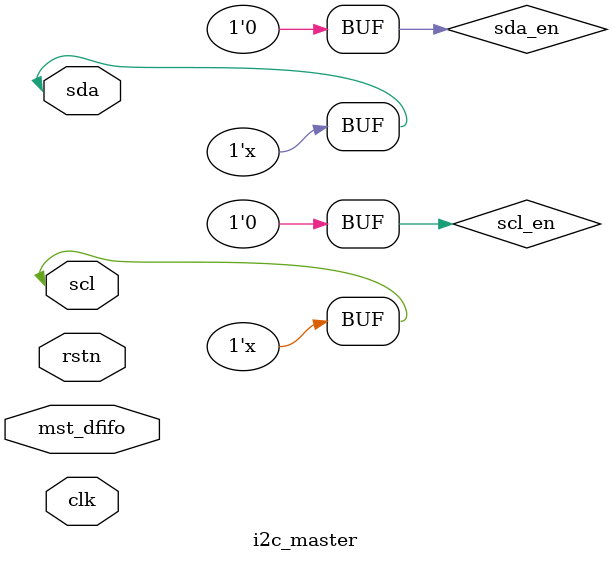
<source format=v>
/******************************************************************************
* |----------------------------------------------------------------------------|
* |                      Copyright (C) 2024-2025 VeryLag.                      |
* |                                                                            |
* | THIS SOURCE CODE IS FOR PERSONAL DEVELOPEMENT; OPEN FOR ALL USES BY ANYONE.|
* |                                                                            |
* |   Feel free to modify and use this code, but attribution is appreciated.   |
* |                                                                            |
* |----------------------------------------------------------------------------|
*
* Author : VeryLag (verylag0401@gmail.com)
* 
* Creat : 2025/04/02
* 
* Description : testbench
* 
******************************************************************************/
/*
ex. data = 8'h5a = 8'b01011010
      ____    __    __    __    __    __    __    __    __    _________
SCL       |__|  |__|  |__|  |__|  |__|  |__|  |__|  |__|  |__|   

        SR    0     1     0     1     1     0     1     0     ST         
      __           _____       ___________       _____          ____       
SDA     |_________|     |_____|           |_____|     |________|              
                                                                               
*/

module i2c_master(
    input   clk,
    input   rstn,
    input   [7:0] mst_dfifo,
    inout   scl,
    inout   sda
);
    reg [3:0] cnt;
    wire    clk_div16, clk_div8, clk_div4, clk_div2;
    wire    scl_en = 'h0;
    wire    sda_en = 'h0;

    always @ (posedge clk or negedge rstn) begin
        if (!rstn)
            cnt <= 'h0;
        else
            cnt <= cnt + 1;
    end

    assign scl = scl_en ? clk_div4 : 'hz;
    assign sda = sda_en ? 'h0 : 'hz;
    assign {clk_div16, clk_div8, clk_div4, clk_div2} = cnt;

endmodule
</source>
